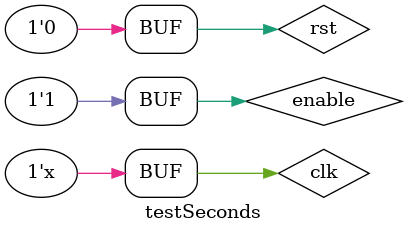
<source format=v>
`timescale 1ns / 1ps


module testSeconds;

	// Inputs
	reg clk;
	reg rst;
	reg enable;

	// Outputs
	wire [5:0] count;
	wire overflow;

	// Instantiate the Unit Under Test (UUT)
	seconds uut (
		.clk(clk), 
		.rst(rst), 
		.enable(enable), 
		.count(count), 
		.overflow(overflow)
	);

	initial begin
		// Initialize Inputs
		clk = 0;
		rst = 1;
		enable = 0;

		// Wait 100 ns for global reset to finish
		#100;
		
		rst = 0;
		enable = 1;
        
		// Add stimulus here

	end
	
	always begin
		#10 clk = ~clk;
	end
      
endmodule


</source>
